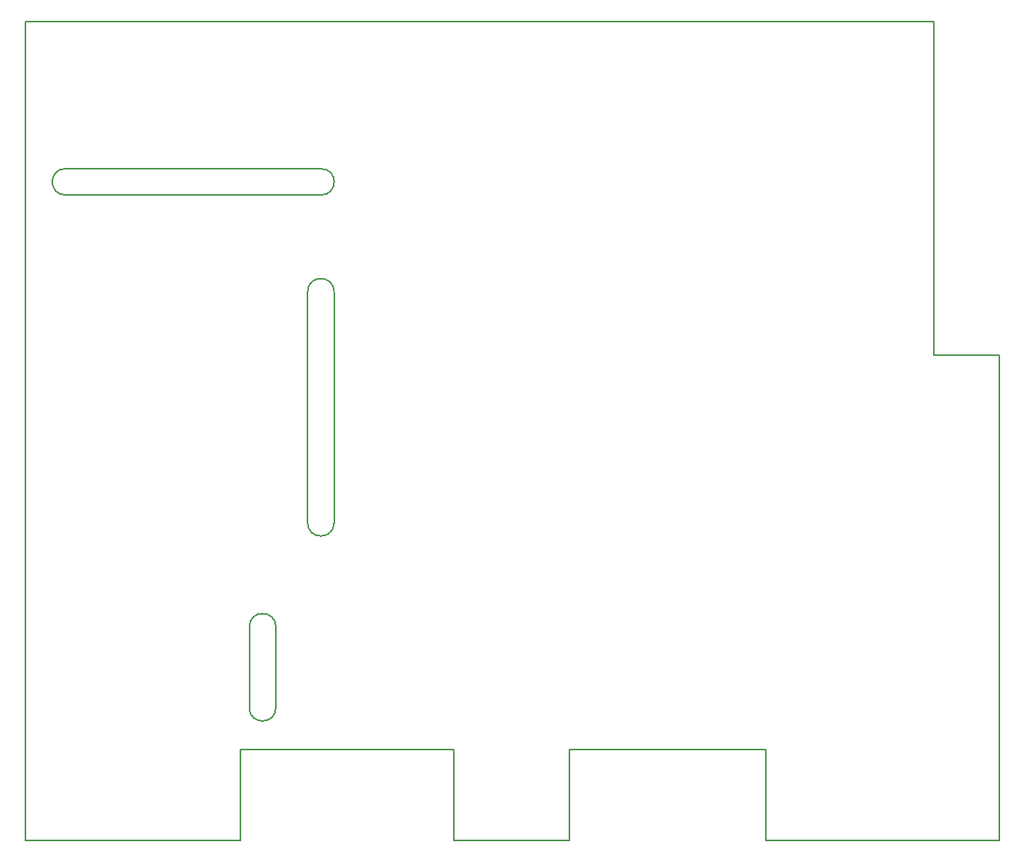
<source format=gm1>
G04 #@! TF.GenerationSoftware,KiCad,Pcbnew,(5.1.6)-1*
G04 #@! TF.CreationDate,2021-04-11T16:08:57+02:00*
G04 #@! TF.ProjectId,wall-sensor-of-room-temperature,77616c6c-2d73-4656-9e73-6f722d6f662d,rev?*
G04 #@! TF.SameCoordinates,Original*
G04 #@! TF.FileFunction,Profile,NP*
%FSLAX46Y46*%
G04 Gerber Fmt 4.6, Leading zero omitted, Abs format (unit mm)*
G04 Created by KiCad (PCBNEW (5.1.6)-1) date 2021-04-11 16:08:57*
%MOMM*%
%LPD*%
G01*
G04 APERTURE LIST*
G04 #@! TA.AperFunction,Profile*
%ADD10C,0.200000*%
G04 #@! TD*
G04 APERTURE END LIST*
D10*
X61595000Y-158750000D02*
X61595000Y-148720000D01*
X119380000Y-158750000D02*
X119380000Y-148720000D01*
X145000000Y-158750000D02*
X119380000Y-158750000D01*
X145000000Y-158750000D02*
X145000000Y-148720000D01*
X38000000Y-158750000D02*
X61595000Y-158750000D01*
X97790000Y-148720000D02*
X119380000Y-148720000D01*
X97790000Y-158750000D02*
X97790000Y-148720000D01*
X97790000Y-158750000D02*
X85090000Y-158750000D01*
X85090000Y-158750000D02*
X85090000Y-148720000D01*
X65532000Y-144145000D02*
G75*
G02*
X62611000Y-144145000I-1460500J0D01*
G01*
X62611000Y-135255000D02*
G75*
G02*
X65532000Y-135255000I1460500J0D01*
G01*
X71925000Y-123825000D02*
G75*
G02*
X69025000Y-123825000I-1450000J0D01*
G01*
X69025000Y-98425000D02*
G75*
G02*
X71925000Y-98425000I1450000J0D01*
G01*
X42418000Y-87800000D02*
G75*
G02*
X42418000Y-84900000I0J1450000D01*
G01*
X70485000Y-84900000D02*
G75*
G02*
X70485000Y-87800000I0J-1450000D01*
G01*
X137795000Y-105410000D02*
X137795000Y-68720000D01*
X145000000Y-105410000D02*
X137795000Y-105410000D01*
X65532000Y-135255000D02*
X65532000Y-144145000D01*
X62611000Y-144145000D02*
X62611000Y-135255000D01*
X71925000Y-98425000D02*
X71925000Y-123825000D01*
X69025000Y-123825000D02*
X69025000Y-98425000D01*
X42418000Y-84900000D02*
X70485000Y-84900000D01*
X70485000Y-87800000D02*
X42418000Y-87800000D01*
X38000000Y-68720000D02*
X137795000Y-68720000D01*
X61595000Y-148720000D02*
X85090000Y-148720000D01*
X145000000Y-105410000D02*
X145000000Y-148720000D01*
X38000000Y-68720000D02*
X38000000Y-158750000D01*
M02*

</source>
